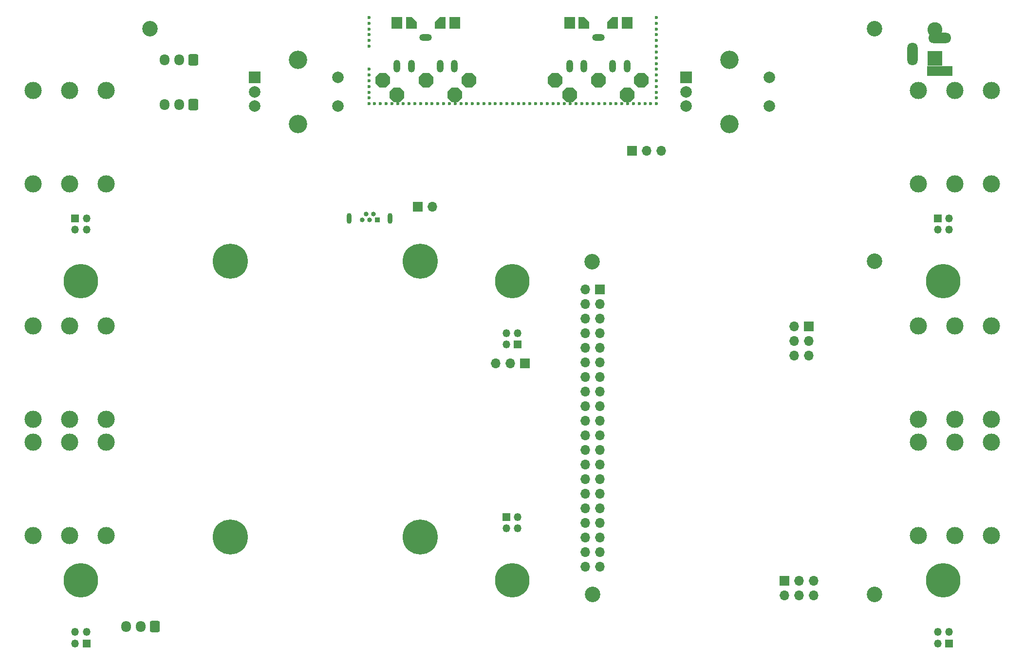
<source format=gbr>
%TF.GenerationSoftware,KiCad,Pcbnew,7.0.8-7.0.8~ubuntu23.04.1*%
%TF.CreationDate,2023-10-20T09:08:36+00:00*%
%TF.ProjectId,pedalboard-hw,70656461-6c62-46f6-9172-642d68772e6b,3.0.1*%
%TF.SameCoordinates,Original*%
%TF.FileFunction,Soldermask,Bot*%
%TF.FilePolarity,Negative*%
%FSLAX46Y46*%
G04 Gerber Fmt 4.6, Leading zero omitted, Abs format (unit mm)*
G04 Created by KiCad (PCBNEW 7.0.8-7.0.8~ubuntu23.04.1) date 2023-10-20 09:08:36*
%MOMM*%
%LPD*%
G01*
G04 APERTURE LIST*
G04 Aperture macros list*
%AMRoundRect*
0 Rectangle with rounded corners*
0 $1 Rounding radius*
0 $2 $3 $4 $5 $6 $7 $8 $9 X,Y pos of 4 corners*
0 Add a 4 corners polygon primitive as box body*
4,1,4,$2,$3,$4,$5,$6,$7,$8,$9,$2,$3,0*
0 Add four circle primitives for the rounded corners*
1,1,$1+$1,$2,$3*
1,1,$1+$1,$4,$5*
1,1,$1+$1,$6,$7*
1,1,$1+$1,$8,$9*
0 Add four rect primitives between the rounded corners*
20,1,$1+$1,$2,$3,$4,$5,0*
20,1,$1+$1,$4,$5,$6,$7,0*
20,1,$1+$1,$6,$7,$8,$9,0*
20,1,$1+$1,$8,$9,$2,$3,0*%
%AMFreePoly0*
4,1,17,0.553688,1.285921,1.285921,0.553688,1.300800,0.517767,1.300800,-0.517767,1.285921,-0.553688,0.553688,-1.285921,0.517767,-1.300800,-0.517767,-1.300800,-0.553688,-1.285921,-1.285921,-0.553688,-1.300800,-0.517767,-1.300800,0.517767,-1.285921,0.553688,-0.553688,1.285921,-0.517767,1.300800,0.517767,1.300800,0.553688,1.285921,0.553688,1.285921,$1*%
%AMFreePoly1*
4,1,14,0.935921,1.035921,0.950800,1.000000,0.950800,-0.100000,0.935921,-0.135921,0.035921,-1.035921,0.000000,-1.050800,-0.900000,-1.050800,-0.935921,-1.035921,-0.950800,-1.000000,-0.950800,1.000000,-0.935921,1.035921,-0.900000,1.050800,0.900000,1.050800,0.935921,1.035921,0.935921,1.035921,$1*%
%AMFreePoly2*
4,1,14,0.935921,1.035921,0.950800,1.000000,0.950800,-1.000000,0.935921,-1.035921,0.900000,-1.050800,0.000000,-1.050800,-0.035921,-1.035921,-0.935921,-0.135921,-0.950800,-0.100000,-0.950800,1.000000,-0.935921,1.035921,-0.900000,1.050800,0.900000,1.050800,0.935921,1.035921,0.935921,1.035921,$1*%
G04 Aperture macros list end*
%ADD10C,2.700000*%
%ADD11O,1.200000X2.200000*%
%ADD12O,2.200000X1.200000*%
%ADD13C,3.000000*%
%ADD14R,4.400000X1.800000*%
%ADD15O,4.000000X1.800000*%
%ADD16O,1.800000X4.000000*%
%ADD17R,2.600000X2.600000*%
%ADD18C,2.600000*%
%ADD19C,6.000000*%
%ADD20R,1.350000X1.350000*%
%ADD21O,1.350000X1.350000*%
%ADD22R,1.700000X1.700000*%
%ADD23O,1.700000X1.700000*%
%ADD24C,0.600000*%
%ADD25R,0.840000X0.840000*%
%ADD26C,0.840000*%
%ADD27O,0.850000X1.850000*%
%ADD28FreePoly0,180.000000*%
%ADD29FreePoly0,270.000000*%
%ADD30FreePoly1,180.000000*%
%ADD31RoundRect,0.050800X0.900000X1.000000X-0.900000X1.000000X-0.900000X-1.000000X0.900000X-1.000000X0*%
%ADD32FreePoly2,180.000000*%
%ADD33R,2.000000X2.000000*%
%ADD34C,2.000000*%
%ADD35C,3.200000*%
%ADD36C,6.100000*%
%ADD37RoundRect,0.250000X0.600000X0.725000X-0.600000X0.725000X-0.600000X-0.725000X0.600000X-0.725000X0*%
%ADD38O,1.700000X1.950000*%
G04 APERTURE END LIST*
D10*
%TO.C,H12*%
X168000000Y-121500000D03*
%TD*%
D11*
%TO.C,J4*%
X125000000Y-29500000D03*
X122500000Y-29500000D03*
D12*
X120000000Y-24500000D03*
D11*
X115000000Y-29500000D03*
X117500000Y-29500000D03*
%TD*%
D13*
%TO.C,J9*%
X28050000Y-50000000D03*
X28050000Y-33770000D03*
X21700000Y-50000000D03*
X21700000Y-33770000D03*
X34400000Y-50000000D03*
X34400000Y-33770000D03*
%TD*%
%TO.C,J18*%
X28050000Y-111200000D03*
X28050000Y-94970000D03*
X21700000Y-111200000D03*
X21700000Y-94970000D03*
X34400000Y-111200000D03*
X34400000Y-94970000D03*
%TD*%
D14*
%TO.C,J6*%
X179400000Y-30400000D03*
D15*
X179400000Y-24600000D03*
D16*
X174600000Y-27400000D03*
%TD*%
D17*
%TO.C,J5*%
X178500000Y-28210000D03*
D18*
X178500000Y-23210000D03*
%TD*%
D19*
%TO.C,H9*%
X30000000Y-119000000D03*
%TD*%
D20*
%TO.C,J8*%
X29000000Y-56000000D03*
D21*
X31000000Y-56000000D03*
X29000000Y-58000000D03*
X31000000Y-58000000D03*
%TD*%
D19*
%TO.C,H6*%
X105000000Y-67000000D03*
%TD*%
%TO.C,H5*%
X30000000Y-67000000D03*
%TD*%
D13*
%TO.C,J17*%
X28050000Y-91000000D03*
X28050000Y-74770000D03*
X21700000Y-91000000D03*
X21700000Y-74770000D03*
X34400000Y-91000000D03*
X34400000Y-74770000D03*
%TD*%
%TO.C,J20*%
X181950000Y-94995000D03*
X181950000Y-111225000D03*
X188300000Y-94995000D03*
X188300000Y-111225000D03*
X175600000Y-94995000D03*
X175600000Y-111225000D03*
%TD*%
D22*
%TO.C,J12*%
X125860000Y-44300000D03*
D23*
X128400000Y-44300000D03*
X130940000Y-44300000D03*
%TD*%
D10*
%TO.C,H11*%
X118980000Y-121520000D03*
%TD*%
D20*
%TO.C,J22*%
X181000000Y-130000000D03*
D21*
X179000000Y-130000000D03*
X181000000Y-128000000D03*
X179000000Y-128000000D03*
%TD*%
D24*
%TO.C,H2*%
X80100000Y-21075000D03*
X80100000Y-22075000D03*
X80100000Y-23075000D03*
X80100000Y-24075000D03*
X80100000Y-25075000D03*
X80100000Y-26075000D03*
X80100000Y-30075000D03*
X80100000Y-31075000D03*
X80100000Y-32075000D03*
X80100000Y-33075000D03*
X80100000Y-34075000D03*
X80100000Y-35075000D03*
X80100000Y-36075000D03*
X81100000Y-36075000D03*
X82100000Y-36075000D03*
X83100000Y-36075000D03*
X84100000Y-36075000D03*
X85100000Y-36075000D03*
X86100000Y-36075000D03*
X87100000Y-36075000D03*
X88100000Y-36075000D03*
X89100000Y-36075000D03*
X90100000Y-36075000D03*
X91100000Y-36075000D03*
X92100000Y-36075000D03*
X93100000Y-36075000D03*
X94100000Y-36075000D03*
X95100000Y-36075000D03*
X96100000Y-36075000D03*
X97100000Y-36075000D03*
X98100000Y-36075000D03*
X99100000Y-36075000D03*
X100100000Y-36075000D03*
X101100000Y-36075000D03*
X102100000Y-36075000D03*
X103100000Y-36075000D03*
X104100000Y-36075000D03*
X105100000Y-36075000D03*
X106100000Y-36075000D03*
X107100000Y-36075000D03*
X108100000Y-36075000D03*
X109100000Y-36075000D03*
X110100000Y-36075000D03*
X111100000Y-36075000D03*
X112100000Y-36075000D03*
X113100000Y-36075000D03*
X114100000Y-36075000D03*
X115100000Y-36075000D03*
X116100000Y-36075000D03*
X117100000Y-36075000D03*
X118100000Y-36075000D03*
X119100000Y-36075000D03*
X120100000Y-36075000D03*
X121100000Y-36075000D03*
X122100000Y-36075000D03*
X123100000Y-36075000D03*
X124100000Y-36075000D03*
X125100000Y-36075000D03*
X126100000Y-36075000D03*
X127100000Y-36075000D03*
X128100000Y-36075000D03*
X129100000Y-36075000D03*
X130100000Y-21075000D03*
X130100000Y-22075000D03*
X130100000Y-23075000D03*
X130100000Y-24075000D03*
X130100000Y-25075000D03*
X130100000Y-26075000D03*
X130100000Y-27075000D03*
X130100000Y-28075000D03*
X130100000Y-29075000D03*
X130100000Y-30075000D03*
X130100000Y-31075000D03*
X130100000Y-32075000D03*
X130100000Y-33075000D03*
X130100000Y-34075000D03*
X130100000Y-35075000D03*
X130100000Y-36075000D03*
%TD*%
D20*
%TO.C,J21*%
X31000000Y-130000000D03*
D21*
X29000000Y-130000000D03*
X31000000Y-128000000D03*
X29000000Y-128000000D03*
%TD*%
D20*
%TO.C,J14*%
X106000000Y-78000000D03*
D21*
X104000000Y-78000000D03*
X106000000Y-76000000D03*
X104000000Y-76000000D03*
%TD*%
D25*
%TO.C,J10*%
X81540000Y-56290000D03*
D26*
X80890000Y-55290000D03*
X80240000Y-56290000D03*
X79590000Y-55290000D03*
X78940000Y-56290000D03*
D27*
X83815000Y-56070000D03*
X76665000Y-56070000D03*
%TD*%
D10*
%TO.C,H1*%
X42000000Y-23000000D03*
%TD*%
D13*
%TO.C,J7*%
X181965000Y-33800000D03*
X181965000Y-50030000D03*
X188315000Y-33800000D03*
X188315000Y-50030000D03*
X175615000Y-33800000D03*
X175615000Y-50030000D03*
%TD*%
D10*
%TO.C,H4*%
X168000000Y-63500000D03*
%TD*%
D28*
%TO.C,J3*%
X112500000Y-32000000D03*
D29*
X120000000Y-32000000D03*
D28*
X127500000Y-32000000D03*
X115000000Y-34500000D03*
X125000000Y-34500000D03*
D30*
X122500000Y-22000000D03*
D31*
X125000000Y-22000000D03*
X115000000Y-22000000D03*
D32*
X117500000Y-22000000D03*
%TD*%
D33*
%TO.C,SW1*%
X60250000Y-31500000D03*
D34*
X60250000Y-36500000D03*
X60250000Y-34000000D03*
D35*
X67750000Y-28400000D03*
X67750000Y-39600000D03*
D34*
X74750000Y-36500000D03*
X74750000Y-31500000D03*
%TD*%
D20*
%TO.C,J13*%
X179000000Y-56000000D03*
D21*
X181000000Y-56000000D03*
X179000000Y-58000000D03*
X181000000Y-58000000D03*
%TD*%
D19*
%TO.C,H8*%
X180000000Y-67000000D03*
%TD*%
D22*
%TO.C,J15*%
X107225000Y-81300000D03*
D23*
X104685000Y-81300000D03*
X102145000Y-81300000D03*
%TD*%
D13*
%TO.C,J16*%
X181950000Y-74780000D03*
X181950000Y-91010000D03*
X188300000Y-74780000D03*
X188300000Y-91010000D03*
X175600000Y-74780000D03*
X175600000Y-91010000D03*
%TD*%
D19*
%TO.C,H10*%
X105000000Y-119000000D03*
%TD*%
D22*
%TO.C,J11*%
X88600000Y-54000000D03*
D23*
X91140000Y-54000000D03*
%TD*%
D20*
%TO.C,J19*%
X104000000Y-108000000D03*
D21*
X106000000Y-108000000D03*
X104000000Y-110000000D03*
X106000000Y-110000000D03*
%TD*%
D10*
%TO.C,H7*%
X118900000Y-63565600D03*
%TD*%
D19*
%TO.C,H13*%
X180000000Y-119000000D03*
%TD*%
D36*
%TO.C,CM1*%
X89000000Y-111500000D03*
X89000000Y-63500000D03*
X56000000Y-111500000D03*
X56000000Y-63500000D03*
%TD*%
D10*
%TO.C,H3*%
X168000000Y-23000000D03*
%TD*%
D33*
%TO.C,SW2*%
X135250000Y-31500000D03*
D34*
X135250000Y-36500000D03*
X135250000Y-34000000D03*
D35*
X142750000Y-28400000D03*
X142750000Y-39600000D03*
D34*
X149750000Y-36500000D03*
X149750000Y-31500000D03*
%TD*%
D28*
%TO.C,J1*%
X82500000Y-32000000D03*
D29*
X90000000Y-32000000D03*
D28*
X97500000Y-32000000D03*
X85000000Y-34500000D03*
X95000000Y-34500000D03*
D30*
X92500000Y-22000000D03*
D31*
X95000000Y-22000000D03*
X85000000Y-22000000D03*
D32*
X87500000Y-22000000D03*
%TD*%
D11*
%TO.C,J2*%
X94994500Y-29500000D03*
X92494500Y-29500000D03*
D12*
X89994500Y-24500000D03*
D11*
X84994500Y-29500000D03*
X87494500Y-29500000D03*
%TD*%
D37*
%TO.C,J23*%
X49600000Y-28475000D03*
D38*
X47100000Y-28475000D03*
X44600000Y-28475000D03*
%TD*%
D37*
%TO.C,J26*%
X42900000Y-127100000D03*
D38*
X40400000Y-127100000D03*
X37900000Y-127100000D03*
%TD*%
D22*
%TO.C,J25*%
X120250000Y-68375600D03*
D23*
X117710000Y-68375600D03*
X120250000Y-70915600D03*
X117710000Y-70915600D03*
X120250000Y-73455600D03*
X117710000Y-73455600D03*
X120250000Y-75995600D03*
X117710000Y-75995600D03*
X120250000Y-78535600D03*
X117710000Y-78535600D03*
X120250000Y-81075600D03*
X117710000Y-81075600D03*
X120250000Y-83615600D03*
X117710000Y-83615600D03*
X120250000Y-86155600D03*
X117710000Y-86155600D03*
X120250000Y-88695600D03*
X117710000Y-88695600D03*
X120250000Y-91235600D03*
X117710000Y-91235600D03*
X120250000Y-93775600D03*
X117710000Y-93775600D03*
X120250000Y-96315600D03*
X117710000Y-96315600D03*
X120250000Y-98855600D03*
X117710000Y-98855600D03*
X120250000Y-101395600D03*
X117710000Y-101395600D03*
X120250000Y-103935600D03*
X117710000Y-103935600D03*
X120250000Y-106475600D03*
X117710000Y-106475600D03*
X120250000Y-109015600D03*
X117710000Y-109015600D03*
X120250000Y-111555600D03*
X117710000Y-111555600D03*
X120250000Y-114095600D03*
X117710000Y-114095600D03*
X120250000Y-116635600D03*
X117710000Y-116635600D03*
D22*
X156555000Y-74845600D03*
D23*
X154015000Y-74845600D03*
X156555000Y-77385600D03*
X154015000Y-77385600D03*
X156555000Y-79925600D03*
X154015000Y-79925600D03*
D22*
X152380000Y-119150600D03*
D23*
X152380000Y-121690600D03*
X154920000Y-119150600D03*
X154920000Y-121690600D03*
X157460000Y-119150600D03*
X157460000Y-121690600D03*
%TD*%
D37*
%TO.C,J24*%
X49600000Y-36225000D03*
D38*
X47100000Y-36225000D03*
X44600000Y-36225000D03*
%TD*%
M02*

</source>
